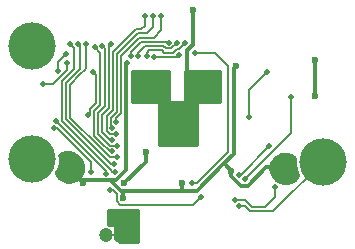
<source format=gbl>
G04 #@! TF.GenerationSoftware,KiCad,Pcbnew,5.1.2-f72e74a~84~ubuntu18.04.1*
G04 #@! TF.CreationDate,2019-05-05T18:31:10+02:00*
G04 #@! TF.ProjectId,f-91w,662d3931-772e-46b6-9963-61645f706362,2*
G04 #@! TF.SameCoordinates,Original*
G04 #@! TF.FileFunction,Copper,L2,Bot*
G04 #@! TF.FilePolarity,Positive*
%FSLAX46Y46*%
G04 Gerber Fmt 4.6, Leading zero omitted, Abs format (unit mm)*
G04 Created by KiCad (PCBNEW 5.1.2-f72e74a~84~ubuntu18.04.1) date 2019-05-05 18:31:10*
%MOMM*%
%LPD*%
G04 APERTURE LIST*
%ADD10C,4.000000*%
%ADD11C,0.460000*%
%ADD12C,2.500000*%
%ADD13C,0.600000*%
%ADD14C,1.200000*%
%ADD15C,0.200000*%
%ADD16C,0.300000*%
%ADD17C,0.254000*%
G04 APERTURE END LIST*
D10*
X70200000Y-102100000D03*
X45600000Y-101900000D03*
X45600000Y-92300000D03*
D11*
X59155500Y-103891000D03*
X59405500Y-92891000D03*
D12*
X57955500Y-99291000D03*
D13*
X53405500Y-103941000D03*
X55243750Y-101256250D03*
D11*
X58918750Y-95743750D03*
D13*
X59255500Y-89241000D03*
D11*
X56581250Y-95743750D03*
D13*
X69543500Y-93493000D03*
X69543500Y-96541000D03*
D11*
X47800000Y-94400000D03*
X48500009Y-93000000D03*
X49505500Y-92141000D03*
X52505500Y-102341000D03*
X52655500Y-102941000D03*
X48805500Y-92141000D03*
X52755500Y-101741000D03*
X50205500Y-92141000D03*
X50905500Y-92441000D03*
X52355500Y-101241000D03*
X52355500Y-100241000D03*
X52255500Y-92141000D03*
X52755500Y-100741000D03*
X51555500Y-92291000D03*
X58005500Y-93091000D03*
X55916192Y-93209160D03*
X58555500Y-92041000D03*
X55303850Y-93200018D03*
X57855500Y-92041000D03*
X54600000Y-93200000D03*
X57155500Y-92041000D03*
X53987597Y-93200000D03*
X56552000Y-89794500D03*
X52740965Y-98750006D03*
X55850000Y-89796500D03*
X52387362Y-99250005D03*
X55148000Y-89798500D03*
X52740965Y-99750006D03*
D14*
X51835500Y-108321000D03*
D11*
X46500000Y-95550000D03*
X48549999Y-93767768D03*
X52230500Y-104491000D03*
X59905500Y-105091000D03*
X47455500Y-99291000D03*
X50605500Y-102991000D03*
X66155500Y-104266000D03*
X62805500Y-105341000D03*
D13*
X49905500Y-103941000D03*
D11*
X53630022Y-93791000D03*
D13*
X62855500Y-93991000D03*
X53305500Y-105191000D03*
X62450000Y-102896500D03*
X58305500Y-103891000D03*
D11*
X65479500Y-94509000D03*
X63955500Y-98319000D03*
X65694391Y-100819891D03*
X63126659Y-103209231D03*
X63605500Y-103591000D03*
X67511500Y-96642600D03*
X63121298Y-105865698D03*
X50365321Y-98130000D03*
X50767590Y-94500000D03*
X51883039Y-103132099D03*
X47605500Y-98691000D03*
D15*
X59155500Y-103891000D02*
X59605500Y-103891000D01*
X59605500Y-103891000D02*
X62205500Y-101291000D01*
X59405500Y-92891000D02*
X61105500Y-92891000D01*
X61105500Y-92891000D02*
X62205500Y-93991000D01*
X62205500Y-93991000D02*
X62205500Y-101291000D01*
X58055500Y-99591000D02*
X56855500Y-98391000D01*
X56581250Y-96216750D02*
X56855500Y-96491000D01*
X56855500Y-96491000D02*
X56855500Y-98391000D01*
X56581250Y-95743750D02*
X56581250Y-96216750D01*
X56581250Y-95743750D02*
X55243750Y-95743750D01*
D16*
X55243750Y-102102750D02*
X53405500Y-103941000D01*
X55243750Y-101256250D02*
X55243750Y-102102750D01*
X59255500Y-89191000D02*
X59255500Y-92191000D01*
X59255500Y-92191000D02*
X58755500Y-92691000D01*
X58755500Y-92691000D02*
X58755500Y-95530500D01*
X58755500Y-95580500D02*
X58918750Y-95743750D01*
X69543500Y-93493000D02*
X69543500Y-96541000D01*
D15*
X47800000Y-94400000D02*
X47800000Y-93700009D01*
X47800000Y-93700009D02*
X48500009Y-93000000D01*
X49655500Y-92316000D02*
X49505500Y-92166000D01*
X49505500Y-92166000D02*
X49505500Y-92141000D01*
X49655500Y-94246118D02*
X49655500Y-92316000D01*
X49555500Y-94346118D02*
X49655500Y-94246118D01*
X52505500Y-102341000D02*
X52272543Y-102341000D01*
X52272543Y-102341000D02*
X48452410Y-98520867D01*
X48452410Y-98520867D02*
X48452410Y-95449208D01*
X48452410Y-95449208D02*
X49555500Y-94346118D01*
X52374171Y-102941000D02*
X52655500Y-102941000D01*
X52274171Y-102841000D02*
X52374171Y-102941000D01*
X52274171Y-102841000D02*
X48100008Y-98666837D01*
X48100008Y-98666837D02*
X48100008Y-95303238D01*
X48100008Y-95303238D02*
X49108873Y-94294373D01*
X49108873Y-94294373D02*
X49108873Y-92444373D01*
X49108873Y-92444373D02*
X48805500Y-92141000D01*
X50205500Y-94191000D02*
X50205500Y-92141000D01*
X50082401Y-94317589D02*
X50082401Y-94314099D01*
X50082401Y-94314099D02*
X50205500Y-94191000D01*
X49682245Y-94717745D02*
X50082401Y-94317589D01*
X48804812Y-98374897D02*
X48804812Y-95595178D01*
X51413208Y-100983293D02*
X48804812Y-98374897D01*
X52170915Y-101741000D02*
X51413208Y-100983293D01*
X52755500Y-101741000D02*
X52170915Y-101741000D01*
X48804812Y-95595178D02*
X49682245Y-94717745D01*
X50847739Y-98791000D02*
X50847739Y-97826083D01*
X50847739Y-97826083D02*
X51294161Y-97379661D01*
X50847739Y-99919452D02*
X50847739Y-98791000D01*
X51387394Y-100459107D02*
X50847739Y-99919452D01*
X52169287Y-101241000D02*
X51387394Y-100459107D01*
X52355500Y-101241000D02*
X52169287Y-101241000D01*
X51294161Y-97379661D02*
X51385570Y-97288252D01*
X51385570Y-92921070D02*
X50905500Y-92441000D01*
X51385570Y-97288252D02*
X51385570Y-92921070D01*
X51294161Y-97379661D02*
X51244161Y-97429661D01*
X51892533Y-97778033D02*
X52090374Y-97580192D01*
X51552543Y-99627512D02*
X51552543Y-98441000D01*
X51552543Y-98441000D02*
X51552543Y-98118023D01*
X51552543Y-98118023D02*
X51892533Y-97778033D01*
X52166031Y-100241000D02*
X51685766Y-99760735D01*
X52355500Y-100241000D02*
X52166031Y-100241000D01*
X51685766Y-99760735D02*
X51552543Y-99627512D01*
X52090374Y-92306126D02*
X52255500Y-92141000D01*
X52090374Y-97580192D02*
X52090374Y-92306126D01*
X51568347Y-97603847D02*
X51737972Y-97434222D01*
X51737972Y-97434222D02*
X51737972Y-92473472D01*
X51737972Y-92473472D02*
X51555500Y-92291000D01*
X51586580Y-100159921D02*
X51200141Y-99773482D01*
X52755500Y-100741000D02*
X52167659Y-100741000D01*
X52167659Y-100741000D02*
X51586580Y-100159921D01*
X51200141Y-97972053D02*
X51568347Y-97603847D01*
X51200141Y-99773482D02*
X51200141Y-97972053D01*
X57868279Y-93228221D02*
X58005500Y-93091000D01*
X56632001Y-93228221D02*
X57868279Y-93228221D01*
X55916192Y-93209160D02*
X56612940Y-93209160D01*
X56612940Y-93209160D02*
X56632001Y-93228221D01*
X57853883Y-92541000D02*
X58055500Y-92541000D01*
X58055500Y-92541000D02*
X58555500Y-92041000D01*
X57519072Y-92875811D02*
X57853883Y-92541000D01*
X55303850Y-93200018D02*
X55303850Y-92874749D01*
X55303850Y-92874749D02*
X55518958Y-92659641D01*
X56561805Y-92659641D02*
X56777974Y-92875811D01*
X55518958Y-92659641D02*
X56561805Y-92659641D01*
X56777974Y-92875811D02*
X57519072Y-92875811D01*
X57373099Y-92523401D02*
X57855500Y-92041000D01*
X55167501Y-92307230D02*
X56707776Y-92307230D01*
X56707776Y-92307230D02*
X56923947Y-92523401D01*
X56923947Y-92523401D02*
X57373099Y-92523401D01*
X54600000Y-93200000D02*
X54600000Y-92874731D01*
X54600000Y-92874731D02*
X55167501Y-92307230D01*
X57069321Y-91954821D02*
X57155500Y-92041000D01*
X54845179Y-91954821D02*
X57069321Y-91954821D01*
X53987597Y-93200000D02*
X53987597Y-92812403D01*
X53987597Y-92812403D02*
X54845179Y-91954821D01*
X53147612Y-93148888D02*
X54694089Y-91602411D01*
X54694089Y-91602411D02*
X55897589Y-91602411D01*
X53147612Y-98018090D02*
X53147612Y-93148888D01*
X56552000Y-89794500D02*
X56552000Y-90948000D01*
X56552000Y-90948000D02*
X55897589Y-91602411D01*
X53147612Y-98018090D02*
X52740965Y-98424737D01*
X52740965Y-98424737D02*
X52740965Y-98750006D01*
X52795202Y-93001298D02*
X54546500Y-91250000D01*
X54546500Y-91250000D02*
X55346500Y-91250000D01*
X52795202Y-97872118D02*
X52795202Y-93001298D01*
X52387362Y-99250005D02*
X52258564Y-99121207D01*
X52258564Y-99121207D02*
X52258564Y-98408756D01*
X52258564Y-98408756D02*
X52795202Y-97872118D01*
X55850000Y-90735500D02*
X55850000Y-89796500D01*
X55346500Y-91250000D02*
X55855500Y-90741000D01*
X55855500Y-90741000D02*
X55850000Y-90735500D01*
X52442792Y-92853708D02*
X54398910Y-90897590D01*
X54398910Y-90897590D02*
X54852410Y-90897590D01*
X52442792Y-97726146D02*
X52442792Y-92853708D01*
X55148000Y-89798500D02*
X55148000Y-90602000D01*
X52442792Y-97726146D02*
X51904961Y-98263977D01*
X55148000Y-90602000D02*
X54852410Y-90897590D01*
X51904961Y-98263977D02*
X51904961Y-99481558D01*
X51904961Y-99481558D02*
X52173409Y-99750006D01*
X52173409Y-99750006D02*
X52740965Y-99750006D01*
X52965500Y-108321000D02*
X53165500Y-108121000D01*
X51835500Y-108321000D02*
X52965500Y-108321000D01*
X46500000Y-95550000D02*
X47354853Y-95550000D01*
X47354853Y-95550000D02*
X48549999Y-94354854D01*
X48549999Y-94354854D02*
X48549999Y-93767768D01*
X52753099Y-105456153D02*
X53040347Y-105743401D01*
X52436407Y-104491000D02*
X52753099Y-104807692D01*
X52753099Y-104807692D02*
X52753099Y-105456153D01*
X53040347Y-105743401D02*
X59253099Y-105743401D01*
X59253099Y-105743401D02*
X59905500Y-105091000D01*
X52230500Y-104491000D02*
X52436407Y-104491000D01*
X50605500Y-102169073D02*
X50605500Y-102991000D01*
X47727427Y-99291000D02*
X50605500Y-102169073D01*
X47455500Y-99291000D02*
X47727427Y-99291000D01*
X62805500Y-105341000D02*
X63605500Y-105341000D01*
X63605500Y-105341000D02*
X64178090Y-105913590D01*
X64178090Y-105913590D02*
X65357910Y-105913590D01*
X65357910Y-105913590D02*
X66130500Y-105141000D01*
X66130500Y-105141000D02*
X66130500Y-104291000D01*
X66130500Y-104291000D02*
X66155500Y-104266000D01*
D16*
X49905500Y-103941000D02*
X50155500Y-103691000D01*
X49655500Y-103691000D02*
X49055500Y-103091000D01*
X50155500Y-103691000D02*
X49655500Y-103691000D01*
X51405500Y-103691000D02*
X50155500Y-103691000D01*
X58305500Y-103891000D02*
X58305500Y-104541000D01*
X58305500Y-104541000D02*
X58355500Y-104591000D01*
X52205500Y-103691000D02*
X52705500Y-103691000D01*
X52705500Y-103691000D02*
X53550022Y-102846478D01*
X53550022Y-102846478D02*
X53550022Y-93871000D01*
X53550022Y-93871000D02*
X53630022Y-93791000D01*
X62655500Y-94191000D02*
X62855500Y-93991000D01*
X62655500Y-100441000D02*
X62655500Y-94191000D01*
X65405500Y-102591000D02*
X67055500Y-102591000D01*
X63855500Y-104141000D02*
X65405500Y-102591000D01*
X63305500Y-104141000D02*
X63855500Y-104141000D01*
X62450000Y-103285500D02*
X63305500Y-104141000D01*
X62450000Y-102896500D02*
X62450000Y-103285500D01*
X53305500Y-105191000D02*
X53305500Y-104791000D01*
X53305500Y-104791000D02*
X53105500Y-104591000D01*
X59555500Y-104591000D02*
X58355500Y-104591000D01*
X58355500Y-104591000D02*
X53105500Y-104591000D01*
X52205500Y-103691000D02*
X51405500Y-103691000D01*
X61805500Y-102341000D02*
X59555500Y-104591000D01*
X53105500Y-104591000D02*
X52205500Y-103691000D01*
X62450000Y-102896500D02*
X61894500Y-102341000D01*
X61894500Y-102341000D02*
X61805500Y-102341000D01*
X62655500Y-101491000D02*
X61805500Y-102341000D01*
X62655500Y-100441000D02*
X62655500Y-101491000D01*
D15*
X63955500Y-96033000D02*
X63955500Y-98319000D01*
X65479500Y-94509000D02*
X63955500Y-96033000D01*
X65694391Y-100819891D02*
X63305051Y-103209231D01*
X63305051Y-103209231D02*
X63126659Y-103209231D01*
X63655500Y-103541000D02*
X63605500Y-103591000D01*
X67511500Y-99685000D02*
X63605500Y-103591000D01*
X67511500Y-96642600D02*
X67511500Y-99685000D01*
X70200000Y-102100000D02*
X66034000Y-106266000D01*
X66034000Y-106266000D02*
X64032118Y-106266000D01*
X64032118Y-106266000D02*
X63631816Y-105865698D01*
X63631816Y-105865698D02*
X63121298Y-105865698D01*
X50365321Y-98130000D02*
X50370000Y-98130000D01*
X50370000Y-98130000D02*
X50495321Y-98004679D01*
X50495321Y-98004679D02*
X50495321Y-97680085D01*
X50495321Y-97680085D02*
X51033152Y-97142255D01*
X51033152Y-97142255D02*
X51033152Y-94765562D01*
X51033152Y-94765562D02*
X50767590Y-94500000D01*
X51883039Y-103132099D02*
X51855500Y-103104560D01*
X51855500Y-103104560D02*
X51855500Y-102920701D01*
X51855500Y-102920701D02*
X47625799Y-98691000D01*
X47625799Y-98691000D02*
X47605500Y-98691000D01*
X47625799Y-98691000D02*
X47605500Y-98691000D01*
D17*
G36*
X57173000Y-97073000D02*
G01*
X54027022Y-97073000D01*
X54027022Y-94427000D01*
X57173000Y-94427000D01*
X57173000Y-97073000D01*
X57173000Y-97073000D01*
G37*
X57173000Y-97073000D02*
X54027022Y-97073000D01*
X54027022Y-94427000D01*
X57173000Y-94427000D01*
X57173000Y-97073000D01*
G36*
X61470500Y-97073000D02*
G01*
X58527000Y-97073000D01*
X58527000Y-94427000D01*
X61470500Y-94427000D01*
X61470500Y-97073000D01*
X61470500Y-97073000D01*
G37*
X61470500Y-97073000D02*
X58527000Y-97073000D01*
X58527000Y-94427000D01*
X61470500Y-94427000D01*
X61470500Y-97073000D01*
G36*
X49076043Y-101360724D02*
G01*
X49335204Y-101502645D01*
X49739550Y-101906992D01*
X49849766Y-102095933D01*
X49931711Y-102496554D01*
X49895631Y-102857357D01*
X49731671Y-103230821D01*
X49460691Y-103537932D01*
X49084570Y-103730579D01*
X48841916Y-103793489D01*
X48547212Y-103802420D01*
X48192897Y-103693400D01*
X47881619Y-103501140D01*
X47675089Y-103276651D01*
X47589722Y-103110659D01*
X47662160Y-103002248D01*
X47837574Y-102578761D01*
X47927000Y-102129189D01*
X47927000Y-101670811D01*
X47906597Y-101568237D01*
X48166294Y-101395105D01*
X48432323Y-101306429D01*
X48759172Y-101297350D01*
X49076043Y-101360724D01*
X49076043Y-101360724D01*
G37*
X49076043Y-101360724D02*
X49335204Y-101502645D01*
X49739550Y-101906992D01*
X49849766Y-102095933D01*
X49931711Y-102496554D01*
X49895631Y-102857357D01*
X49731671Y-103230821D01*
X49460691Y-103537932D01*
X49084570Y-103730579D01*
X48841916Y-103793489D01*
X48547212Y-103802420D01*
X48192897Y-103693400D01*
X47881619Y-103501140D01*
X47675089Y-103276651D01*
X47589722Y-103110659D01*
X47662160Y-103002248D01*
X47837574Y-102578761D01*
X47927000Y-102129189D01*
X47927000Y-101670811D01*
X47906597Y-101568237D01*
X48166294Y-101395105D01*
X48432323Y-101306429D01*
X48759172Y-101297350D01*
X49076043Y-101360724D01*
G36*
X67277677Y-101426429D02*
G01*
X67543706Y-101515105D01*
X67817720Y-101697781D01*
X67891888Y-101775853D01*
X67873000Y-101870811D01*
X67873000Y-102329189D01*
X67962426Y-102778761D01*
X68136524Y-103199070D01*
X68034911Y-103396651D01*
X67828381Y-103621140D01*
X67517103Y-103813400D01*
X67162788Y-103922420D01*
X66868084Y-103913489D01*
X66625430Y-103850579D01*
X66249309Y-103657932D01*
X65978329Y-103350821D01*
X65814369Y-102977357D01*
X65778289Y-102616554D01*
X65860234Y-102215933D01*
X66051420Y-101888186D01*
X66246949Y-101692657D01*
X66633957Y-101480724D01*
X66950828Y-101417350D01*
X67277677Y-101426429D01*
X67277677Y-101426429D01*
G37*
X67277677Y-101426429D02*
X67543706Y-101515105D01*
X67817720Y-101697781D01*
X67891888Y-101775853D01*
X67873000Y-101870811D01*
X67873000Y-102329189D01*
X67962426Y-102778761D01*
X68136524Y-103199070D01*
X68034911Y-103396651D01*
X67828381Y-103621140D01*
X67517103Y-103813400D01*
X67162788Y-103922420D01*
X66868084Y-103913489D01*
X66625430Y-103850579D01*
X66249309Y-103657932D01*
X65978329Y-103350821D01*
X65814369Y-102977357D01*
X65778289Y-102616554D01*
X65860234Y-102215933D01*
X66051420Y-101888186D01*
X66246949Y-101692657D01*
X66633957Y-101480724D01*
X66950828Y-101417350D01*
X67277677Y-101426429D01*
G36*
X54573000Y-108873000D02*
G01*
X53061620Y-108873000D01*
X52973451Y-108835964D01*
X52627000Y-108628093D01*
X52627000Y-107600000D01*
X52624560Y-107575224D01*
X52617333Y-107551399D01*
X52605597Y-107529443D01*
X52589803Y-107510197D01*
X52570557Y-107494403D01*
X52548601Y-107482667D01*
X52524776Y-107475440D01*
X52500000Y-107473000D01*
X52027000Y-107473000D01*
X52027000Y-106227000D01*
X54573000Y-106227000D01*
X54573000Y-108873000D01*
X54573000Y-108873000D01*
G37*
X54573000Y-108873000D02*
X53061620Y-108873000D01*
X52973451Y-108835964D01*
X52627000Y-108628093D01*
X52627000Y-107600000D01*
X52624560Y-107575224D01*
X52617333Y-107551399D01*
X52605597Y-107529443D01*
X52589803Y-107510197D01*
X52570557Y-107494403D01*
X52548601Y-107482667D01*
X52524776Y-107475440D01*
X52500000Y-107473000D01*
X52027000Y-107473000D01*
X52027000Y-106227000D01*
X54573000Y-106227000D01*
X54573000Y-108873000D01*
G36*
X59528500Y-100664000D02*
G01*
X56382500Y-100664000D01*
X56382500Y-97018000D01*
X59528500Y-97018000D01*
X59528500Y-100664000D01*
X59528500Y-100664000D01*
G37*
X59528500Y-100664000D02*
X56382500Y-100664000D01*
X56382500Y-97018000D01*
X59528500Y-97018000D01*
X59528500Y-100664000D01*
M02*

</source>
